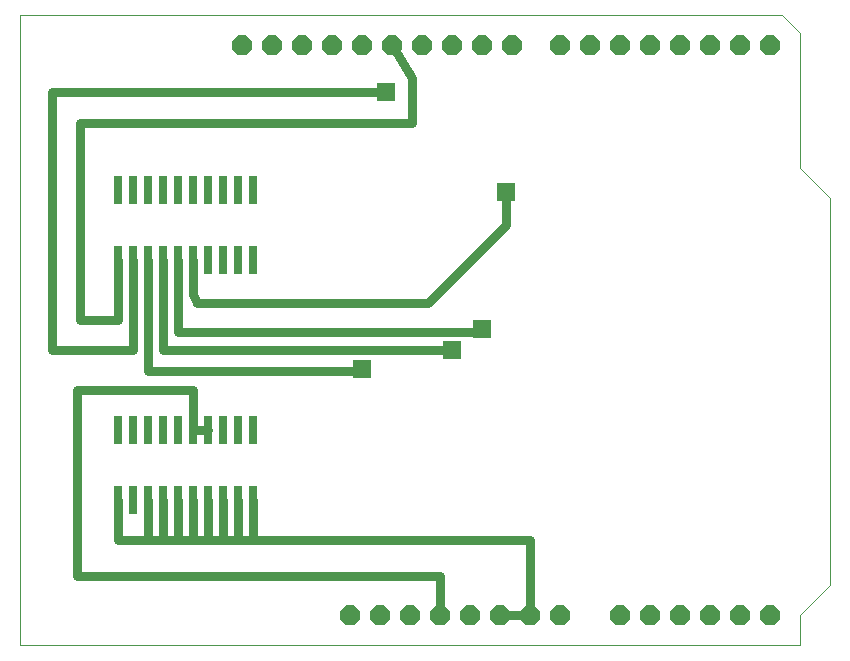
<source format=gtl>
G75*
G70*
%OFA0B0*%
%FSLAX24Y24*%
%IPPOS*%
%LPD*%
%AMOC8*
5,1,8,0,0,1.08239X$1,22.5*
%
%ADD10R,0.0299X0.0945*%
%ADD11C,0.0000*%
%ADD12OC8,0.0660*%
%ADD13C,0.0300*%
%ADD14R,0.0591X0.0591*%
D10*
X003750Y005339D03*
X004250Y005339D03*
X004750Y005339D03*
X005250Y005339D03*
X005750Y005339D03*
X006250Y005339D03*
X006750Y005339D03*
X007250Y005339D03*
X007750Y005339D03*
X008250Y005339D03*
X008250Y007661D03*
X007750Y007661D03*
X007250Y007661D03*
X006750Y007661D03*
X006250Y007661D03*
X005750Y007661D03*
X005250Y007661D03*
X004750Y007661D03*
X004250Y007661D03*
X003750Y007661D03*
X003750Y013339D03*
X004250Y013339D03*
X004750Y013339D03*
X005250Y013339D03*
X005750Y013339D03*
X006250Y013339D03*
X006750Y013339D03*
X007250Y013339D03*
X007750Y013339D03*
X008250Y013339D03*
X008250Y015661D03*
X007750Y015661D03*
X007250Y015661D03*
X006750Y015661D03*
X006250Y015661D03*
X005750Y015661D03*
X005250Y015661D03*
X004750Y015661D03*
X004250Y015661D03*
X003750Y015661D03*
D11*
X000500Y021500D02*
X000500Y000500D01*
X026500Y000500D01*
X026500Y001500D01*
X027500Y002500D01*
X027500Y015400D01*
X026500Y016400D01*
X026500Y020900D01*
X025900Y021500D01*
X000500Y021500D01*
D12*
X007900Y020500D03*
X008900Y020500D03*
X009900Y020500D03*
X010900Y020500D03*
X011900Y020500D03*
X012900Y020500D03*
X013900Y020500D03*
X014900Y020500D03*
X015900Y020500D03*
X016900Y020500D03*
X018500Y020500D03*
X019500Y020500D03*
X020500Y020500D03*
X021500Y020500D03*
X022500Y020500D03*
X023500Y020500D03*
X024500Y020500D03*
X025500Y020500D03*
X025500Y001500D03*
X024500Y001500D03*
X023500Y001500D03*
X022500Y001500D03*
X021500Y001500D03*
X020500Y001500D03*
X018500Y001500D03*
X017500Y001500D03*
X016500Y001500D03*
X015500Y001500D03*
X014500Y001500D03*
X013500Y001500D03*
X012500Y001500D03*
X011500Y001500D03*
D13*
X014500Y001500D02*
X014500Y002800D01*
X002400Y002800D01*
X002400Y009000D01*
X006250Y009000D01*
X006250Y007661D01*
X006750Y007661D01*
X004750Y009650D02*
X011900Y009650D01*
X011900Y009700D01*
X014900Y010350D02*
X005250Y010350D01*
X005250Y013339D01*
X005750Y013339D02*
X005750Y010950D01*
X015900Y010950D01*
X015900Y011050D01*
X014100Y011900D02*
X016700Y014500D01*
X016700Y015600D01*
X013550Y017900D02*
X013550Y019400D01*
X012900Y020500D01*
X012700Y018950D02*
X001550Y018950D01*
X001550Y010350D01*
X004250Y010350D01*
X004250Y013339D01*
X003750Y013339D02*
X003750Y011350D01*
X002500Y011350D01*
X002500Y017900D01*
X013550Y017900D01*
X014100Y011900D02*
X006400Y011900D01*
X006250Y012200D01*
X006250Y013339D01*
X004750Y013339D02*
X004750Y009650D01*
X004750Y005339D02*
X004750Y004000D01*
X005250Y004000D01*
X005250Y005339D01*
X005750Y005339D02*
X005750Y004000D01*
X006250Y004000D01*
X006250Y005339D01*
X006750Y005339D02*
X006750Y004000D01*
X007250Y004000D01*
X007250Y005339D01*
X007750Y005339D02*
X007750Y004000D01*
X008250Y004000D01*
X008250Y005339D01*
X008250Y004000D02*
X017500Y004000D01*
X017500Y001500D01*
X016500Y001500D01*
X007750Y004000D02*
X007250Y004000D01*
X006750Y004000D02*
X006250Y004000D01*
X005750Y004000D02*
X005250Y004000D01*
X004750Y004000D02*
X003750Y004000D01*
X003750Y005339D01*
D14*
X011900Y009700D03*
X014900Y010350D03*
X015900Y011050D03*
X016700Y015600D03*
X012700Y018950D03*
M02*

</source>
